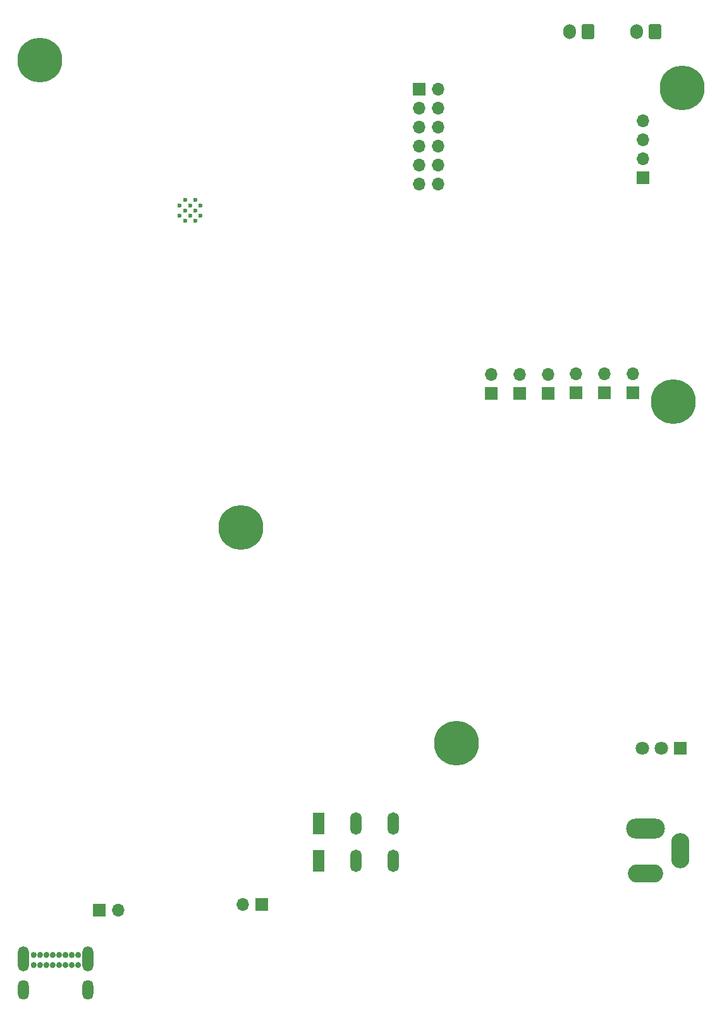
<source format=gbr>
%TF.GenerationSoftware,KiCad,Pcbnew,8.0.7*%
%TF.CreationDate,2025-07-24T13:25:47+02:00*%
%TF.ProjectId,Soundwalk,536f756e-6477-4616-9c6b-2e6b69636164,rev?*%
%TF.SameCoordinates,Original*%
%TF.FileFunction,Soldermask,Bot*%
%TF.FilePolarity,Negative*%
%FSLAX46Y46*%
G04 Gerber Fmt 4.6, Leading zero omitted, Abs format (unit mm)*
G04 Created by KiCad (PCBNEW 8.0.7) date 2025-07-24 13:25:47*
%MOMM*%
%LPD*%
G01*
G04 APERTURE LIST*
G04 Aperture macros list*
%AMRoundRect*
0 Rectangle with rounded corners*
0 $1 Rounding radius*
0 $2 $3 $4 $5 $6 $7 $8 $9 X,Y pos of 4 corners*
0 Add a 4 corners polygon primitive as box body*
4,1,4,$2,$3,$4,$5,$6,$7,$8,$9,$2,$3,0*
0 Add four circle primitives for the rounded corners*
1,1,$1+$1,$2,$3*
1,1,$1+$1,$4,$5*
1,1,$1+$1,$6,$7*
1,1,$1+$1,$8,$9*
0 Add four rect primitives between the rounded corners*
20,1,$1+$1,$2,$3,$4,$5,0*
20,1,$1+$1,$4,$5,$6,$7,0*
20,1,$1+$1,$6,$7,$8,$9,0*
20,1,$1+$1,$8,$9,$2,$3,0*%
G04 Aperture macros list end*
%ADD10C,0.387500*%
%ADD11R,1.700000X1.700000*%
%ADD12O,1.700000X1.700000*%
%ADD13RoundRect,0.250000X0.600000X0.750000X-0.600000X0.750000X-0.600000X-0.750000X0.600000X-0.750000X0*%
%ADD14O,1.700000X2.000000*%
%ADD15C,0.800000*%
%ADD16C,6.000000*%
%ADD17O,5.204000X2.704000*%
%ADD18O,4.704000X2.454000*%
%ADD19O,2.454000X4.704000*%
%ADD20O,1.452400X3.352400*%
%ADD21O,1.452400X2.652400*%
%ADD22C,1.800000*%
%ADD23R,1.800000X1.800000*%
%ADD24C,0.600000*%
%ADD25R,1.500000X3.000000*%
%ADD26O,1.500000X3.000000*%
G04 APERTURE END LIST*
D10*
%TO.C,U1*%
X185652750Y-150034000D02*
G75*
G02*
X185265250Y-150034000I-193750J0D01*
G01*
X185265250Y-150034000D02*
G75*
G02*
X185652750Y-150034000I193750J0D01*
G01*
X185652750Y-151384000D02*
G75*
G02*
X185265250Y-151384000I-193750J0D01*
G01*
X185265250Y-151384000D02*
G75*
G02*
X185652750Y-151384000I193750J0D01*
G01*
X186502750Y-150034000D02*
G75*
G02*
X186115250Y-150034000I-193750J0D01*
G01*
X186115250Y-150034000D02*
G75*
G02*
X186502750Y-150034000I193750J0D01*
G01*
X186502750Y-151384000D02*
G75*
G02*
X186115250Y-151384000I-193750J0D01*
G01*
X186115250Y-151384000D02*
G75*
G02*
X186502750Y-151384000I193750J0D01*
G01*
X187352750Y-150034000D02*
G75*
G02*
X186965250Y-150034000I-193750J0D01*
G01*
X186965250Y-150034000D02*
G75*
G02*
X187352750Y-150034000I193750J0D01*
G01*
X187352750Y-151384000D02*
G75*
G02*
X186965250Y-151384000I-193750J0D01*
G01*
X186965250Y-151384000D02*
G75*
G02*
X187352750Y-151384000I193750J0D01*
G01*
X188202750Y-150034000D02*
G75*
G02*
X187815250Y-150034000I-193750J0D01*
G01*
X187815250Y-150034000D02*
G75*
G02*
X188202750Y-150034000I193750J0D01*
G01*
X188202750Y-151384000D02*
G75*
G02*
X187815250Y-151384000I-193750J0D01*
G01*
X187815250Y-151384000D02*
G75*
G02*
X188202750Y-151384000I193750J0D01*
G01*
X189052750Y-150034000D02*
G75*
G02*
X188665250Y-150034000I-193750J0D01*
G01*
X188665250Y-150034000D02*
G75*
G02*
X189052750Y-150034000I193750J0D01*
G01*
X189052750Y-151384000D02*
G75*
G02*
X188665250Y-151384000I-193750J0D01*
G01*
X188665250Y-151384000D02*
G75*
G02*
X189052750Y-151384000I193750J0D01*
G01*
X189902750Y-150034000D02*
G75*
G02*
X189515250Y-150034000I-193750J0D01*
G01*
X189515250Y-150034000D02*
G75*
G02*
X189902750Y-150034000I193750J0D01*
G01*
X189902750Y-151384000D02*
G75*
G02*
X189515250Y-151384000I-193750J0D01*
G01*
X189515250Y-151384000D02*
G75*
G02*
X189902750Y-151384000I193750J0D01*
G01*
X190752750Y-150034000D02*
G75*
G02*
X190365250Y-150034000I-193750J0D01*
G01*
X190365250Y-150034000D02*
G75*
G02*
X190752750Y-150034000I193750J0D01*
G01*
X190752750Y-151384000D02*
G75*
G02*
X190365250Y-151384000I-193750J0D01*
G01*
X190365250Y-151384000D02*
G75*
G02*
X190752750Y-151384000I193750J0D01*
G01*
X191602750Y-150034000D02*
G75*
G02*
X191215250Y-150034000I-193750J0D01*
G01*
X191215250Y-150034000D02*
G75*
G02*
X191602750Y-150034000I193750J0D01*
G01*
X191602750Y-151384000D02*
G75*
G02*
X191215250Y-151384000I-193750J0D01*
G01*
X191215250Y-151384000D02*
G75*
G02*
X191602750Y-151384000I193750J0D01*
G01*
%TD*%
D11*
%TO.C,JP7*%
X258089000Y-74803000D03*
D12*
X258089000Y-72263000D03*
%TD*%
D11*
%TO.C,JP5*%
X254381000Y-74841000D03*
D12*
X254381000Y-72301000D03*
%TD*%
D11*
%TO.C,JP2*%
X194225000Y-144000000D03*
D12*
X196765000Y-144000000D03*
%TD*%
D11*
%TO.C,JP8*%
X265709000Y-74798000D03*
D12*
X265709000Y-72258000D03*
%TD*%
D13*
%TO.C,J4*%
X259695000Y-26433000D03*
D14*
X257195000Y-26433000D03*
%TD*%
D15*
%TO.C,H5*%
X184000000Y-30250000D03*
X184659010Y-28659010D03*
X184659010Y-31840990D03*
X186250000Y-28000000D03*
D16*
X186250000Y-30250000D03*
D15*
X186250000Y-32500000D03*
X187840990Y-28659010D03*
X187840990Y-31840990D03*
X188500000Y-30250000D03*
%TD*%
%TO.C,H4*%
X210917657Y-92821057D03*
X211576667Y-91230067D03*
X211576667Y-94412047D03*
X213167657Y-90571057D03*
D16*
X213167657Y-92821057D03*
D15*
X213167657Y-95071057D03*
X214758647Y-91230067D03*
X214758647Y-94412047D03*
X215417657Y-92821057D03*
%TD*%
D17*
%TO.C,J3*%
X267368000Y-133106000D03*
D18*
X267368000Y-139106000D03*
D19*
X272068000Y-136106000D03*
%TD*%
D20*
%TO.C,U1*%
X184114000Y-150534000D03*
D21*
X184114000Y-154684000D03*
D20*
X192754000Y-150534000D03*
D21*
X192754000Y-154684000D03*
%TD*%
D22*
%TO.C,U10*%
X266939000Y-122329000D03*
X269479000Y-122329000D03*
D23*
X272019000Y-122329000D03*
%TD*%
D24*
%TO.C,U2*%
X205024800Y-49688400D03*
X205024800Y-51088400D03*
X205724800Y-48988400D03*
X205724800Y-50388400D03*
X205724800Y-51788400D03*
X206424800Y-49688400D03*
X206424800Y-51088400D03*
X207124800Y-48988400D03*
X207124800Y-50388400D03*
X207124800Y-51788400D03*
X207824800Y-49688400D03*
X207824800Y-51088400D03*
%TD*%
D15*
%TO.C,H7*%
X270090810Y-33931410D03*
X270749820Y-32340420D03*
X270749820Y-35522400D03*
X272340810Y-31681410D03*
D16*
X272340810Y-33931410D03*
D15*
X272340810Y-36181410D03*
X273931800Y-32340420D03*
X273931800Y-35522400D03*
X274590810Y-33931410D03*
%TD*%
D11*
%TO.C,JP1*%
X216032000Y-143256000D03*
D12*
X213492000Y-143256000D03*
%TD*%
D15*
%TO.C,H9*%
X268840810Y-75931410D03*
X269499820Y-74340420D03*
X269499820Y-77522400D03*
X271090810Y-73681410D03*
D16*
X271090810Y-75931410D03*
D15*
X271090810Y-78181410D03*
X272681800Y-74340420D03*
X272681800Y-77522400D03*
X273340810Y-75931410D03*
%TD*%
D11*
%TO.C,JP6*%
X261899000Y-74803000D03*
D12*
X261899000Y-72263000D03*
%TD*%
D11*
%TO.C,J1*%
X237109000Y-34163000D03*
D12*
X239649000Y-34163000D03*
X237109000Y-36703000D03*
X239649000Y-36703000D03*
X237109000Y-39243000D03*
X239649000Y-39243000D03*
X237109000Y-41783000D03*
X239649000Y-41783000D03*
X237109000Y-44323000D03*
X239649000Y-44323000D03*
X237109000Y-46863000D03*
X239649000Y-46863000D03*
%TD*%
D11*
%TO.C,JP3*%
X250571000Y-74841000D03*
D12*
X250571000Y-72301000D03*
%TD*%
D25*
%TO.C,J2*%
X223618000Y-132406000D03*
X223618000Y-137406000D03*
D26*
X228618000Y-132406000D03*
X228618000Y-137406000D03*
X233618000Y-132406000D03*
X233618000Y-137406000D03*
%TD*%
D11*
%TO.C,J5*%
X267081000Y-45974000D03*
D12*
X267081000Y-43434000D03*
X267081000Y-40894000D03*
X267081000Y-38354000D03*
%TD*%
D13*
%TO.C,J6*%
X268692000Y-26416000D03*
D14*
X266192000Y-26416000D03*
%TD*%
D11*
%TO.C,JP4*%
X246761000Y-74841000D03*
D12*
X246761000Y-72301000D03*
%TD*%
D15*
%TO.C,H1*%
X239820343Y-121723743D03*
X240479353Y-120132753D03*
X240479353Y-123314733D03*
X242070343Y-119473743D03*
D16*
X242070343Y-121723743D03*
D15*
X242070343Y-123973743D03*
X243661333Y-120132753D03*
X243661333Y-123314733D03*
X244320343Y-121723743D03*
%TD*%
M02*

</source>
